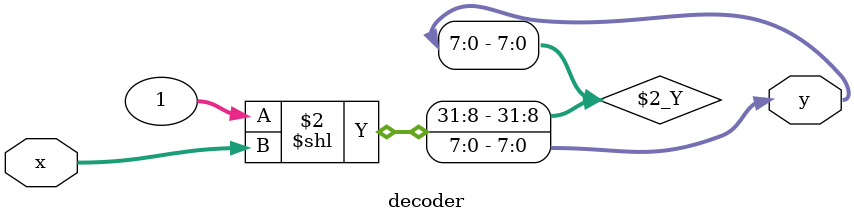
<source format=sv>
module decoder #(parameter SZY=8, parameter SZX=3) (
	    output logic [SZY-1:0] y,
	     input logic [SZX-1:0] x
						    );
   always_comb begin
      y = 1 << x;
   end

endmodule // decoder

</source>
